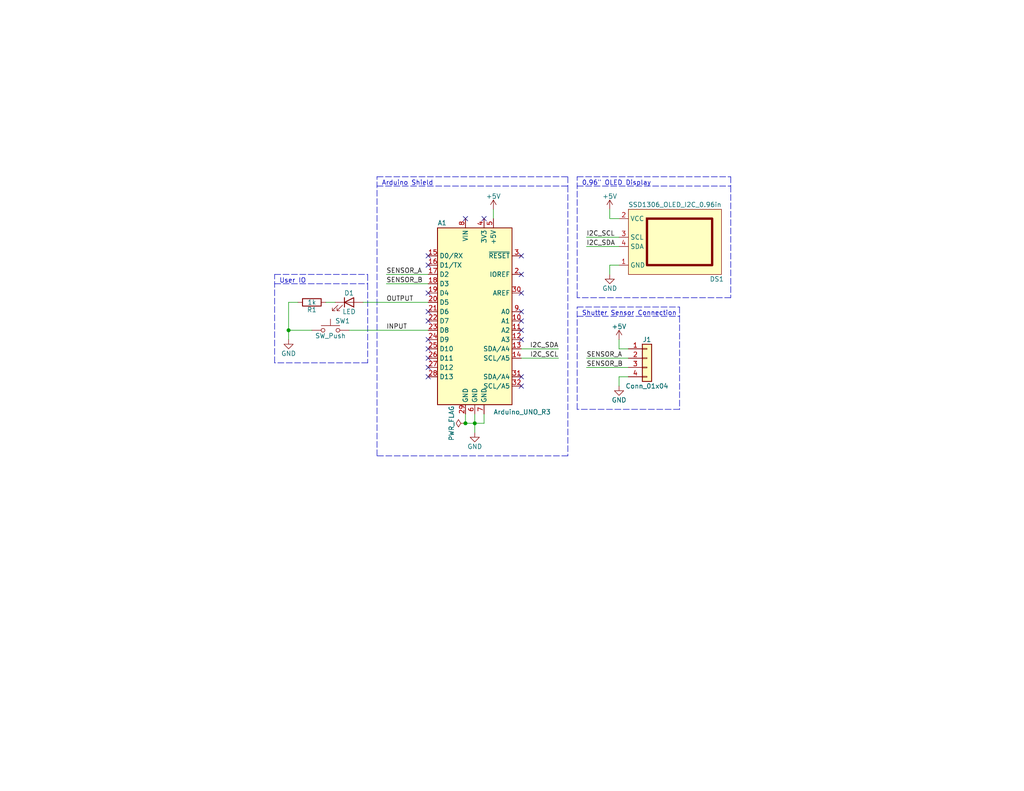
<source format=kicad_sch>
(kicad_sch (version 20211123) (generator eeschema)
  (paper "A")
  (title_block (title "Shutter Timming Sensor Arduino Shield") (date "2022-03-01") (rev "A") (company "erry Leumas"))
  (lib_symbols
    (symbol "Connector_Generic:Conn_01x04" (pin_names (offset 1.016) hide)
      (property "Reference" "J" (at 0 5.08 0))
      (property "Value" "Conn_01x04" (at 0 -7.62 0))
      (symbol "Conn_01x04_1_1"
        (rectangle (start -1.27 -4.953) (end 0 -5.207) (stroke (width 0.1524)))
        (rectangle (start -1.27 -2.413) (end 0 -2.667) (stroke (width 0.1524)))
        (rectangle (start -1.27 0.127) (end 0 -0.127) (stroke (width 0.1524)))
        (rectangle (start -1.27 2.667) (end 0 2.413) (stroke (width 0.1524)))
        (rectangle (start -1.27 3.81) (end 1.27 -6.35) (stroke (width 0.254)) (fill (type background)))
        (pin passive line (at -5.08 2.54 0) (length 3.81) (name "Pin_1") (number "1"))
        (pin passive line (at -5.08 0 0) (length 3.81) (name "Pin_2") (number "2"))
        (pin passive line (at -5.08 -2.54 0) (length 3.81) (name "Pin_3") (number "3"))
        (pin passive line (at -5.08 -5.08 0) (length 3.81) (name "Pin_4") (number "4"))
      )
    )
    (symbol "Device:LED" (pin_numbers hide) (pin_names (offset 1.016) hide)
      (property "Reference" "D" (at 0 2.54 0))
      (property "Value" "LED" (at 0 -2.54 0))
      (symbol "LED_0_1"
        (polyline (pts (xy -1.27 -1.27) (xy -1.27 1.27)) (stroke (width 0.254)))
        (polyline (pts (xy -1.27 0) (xy 1.27 0)))
        (polyline (pts (xy 1.27 -1.27) (xy 1.27 1.27) (xy -1.27 0) (xy 1.27 -1.27)) (stroke (width 0.254)))
        (polyline (pts (xy -3.048 -0.762) (xy -4.572 -2.286) (xy -3.81 -2.286) (xy -4.572 -2.286) (xy -4.572 -1.524)))
        (polyline (pts (xy -1.778 -0.762) (xy -3.302 -2.286) (xy -2.54 -2.286) (xy -3.302 -2.286) (xy -3.302 -1.524)))
      )
      (symbol "LED_1_1"
        (pin passive line (at -3.81 0 0) (length 2.54) (name "K") (number "1"))
        (pin passive line (at 3.81 0 180) (length 2.54) (name "A") (number "2"))
      )
    )
    (symbol "Device:R" (pin_numbers hide) (pin_names (offset 0))
      (property "Reference" "R" (at 2.032 0 90))
      (property "Value" "R" (at 0 0 90))
      (symbol "R_0_1"
        (rectangle (start -1.016 -2.54) (end 1.016 2.54) (stroke (width 0.254)))
      )
      (symbol "R_1_1"
        (pin passive line (at 0 3.81 270) (length 1.27) (name "~") (number "1"))
        (pin passive line (at 0 -3.81 90) (length 1.27) (name "~") (number "2"))
      )
    )
    (symbol "MCU_Module:Arduino_UNO_R3"
      (property "Reference" "A" (at -10.16 23.495 0))
      (property "Value" "Arduino_UNO_R3" (at 5.08 -26.67 0))
      (symbol "Arduino_UNO_R3_0_1"
        (rectangle (start -10.16 22.86) (end 10.16 -25.4) (stroke (width 0.254)) (fill (type background)))
      )
      (symbol "Arduino_UNO_R3_1_1"
        (pin no_connect line (at -10.16 -20.32 0) (length 2.54) hide (name "NC") (number "1"))
        (pin bidirectional line (at 12.7 -2.54 180) (length 2.54) (name "A1") (number "10"))
        (pin bidirectional line (at 12.7 -5.08 180) (length 2.54) (name "A2") (number "11"))
        (pin bidirectional line (at 12.7 -7.62 180) (length 2.54) (name "A3") (number "12"))
        (pin bidirectional line (at 12.7 -10.16 180) (length 2.54) (name "SDA/A4") (number "13"))
        (pin bidirectional line (at 12.7 -12.7 180) (length 2.54) (name "SCL/A5") (number "14"))
        (pin bidirectional line (at -12.7 15.24 0) (length 2.54) (name "D0/RX") (number "15"))
        (pin bidirectional line (at -12.7 12.7 0) (length 2.54) (name "D1/TX") (number "16"))
        (pin bidirectional line (at -12.7 10.16 0) (length 2.54) (name "D2") (number "17"))
        (pin bidirectional line (at -12.7 7.62 0) (length 2.54) (name "D3") (number "18"))
        (pin bidirectional line (at -12.7 5.08 0) (length 2.54) (name "D4") (number "19"))
        (pin output line (at 12.7 10.16 180) (length 2.54) (name "IOREF") (number "2"))
        (pin bidirectional line (at -12.7 2.54 0) (length 2.54) (name "D5") (number "20"))
        (pin bidirectional line (at -12.7 0 0) (length 2.54) (name "D6") (number "21"))
        (pin bidirectional line (at -12.7 -2.54 0) (length 2.54) (name "D7") (number "22"))
        (pin bidirectional line (at -12.7 -5.08 0) (length 2.54) (name "D8") (number "23"))
        (pin bidirectional line (at -12.7 -7.62 0) (length 2.54) (name "D9") (number "24"))
        (pin bidirectional line (at -12.7 -10.16 0) (length 2.54) (name "D10") (number "25"))
        (pin bidirectional line (at -12.7 -12.7 0) (length 2.54) (name "D11") (number "26"))
        (pin bidirectional line (at -12.7 -15.24 0) (length 2.54) (name "D12") (number "27"))
        (pin bidirectional line (at -12.7 -17.78 0) (length 2.54) (name "D13") (number "28"))
        (pin power_in line (at -2.54 -27.94 90) (length 2.54) (name "GND") (number "29"))
        (pin input line (at 12.7 15.24 180) (length 2.54) (name "~{RESET}") (number "3"))
        (pin input line (at 12.7 5.08 180) (length 2.54) (name "AREF") (number "30"))
        (pin bidirectional line (at 12.7 -17.78 180) (length 2.54) (name "SDA/A4") (number "31"))
        (pin bidirectional line (at 12.7 -20.32 180) (length 2.54) (name "SCL/A5") (number "32"))
        (pin power_out line (at 2.54 25.4 270) (length 2.54) (name "3V3") (number "4"))
        (pin power_out line (at 5.08 25.4 270) (length 2.54) (name "+5V") (number "5"))
        (pin power_in line (at 0 -27.94 90) (length 2.54) (name "GND") (number "6"))
        (pin power_in line (at 2.54 -27.94 90) (length 2.54) (name "GND") (number "7"))
        (pin power_in line (at -2.54 25.4 270) (length 2.54) (name "VIN") (number "8"))
        (pin bidirectional line (at 12.7 0 180) (length 2.54) (name "A0") (number "9"))
      )
    )
    (symbol "Switch:SW_Push" (pin_numbers hide) (pin_names (offset 1.016) hide)
      (property "Reference" "SW" (at 1.27 2.54 0))
      (property "Value" "SW_Push" (at 0 -1.524 0))
      (symbol "SW_Push_0_1"
        (circle (center -2.032 0) (radius 0.508))
        (polyline (pts (xy 0 1.27) (xy 0 3.048)))
        (polyline (pts (xy 2.54 1.27) (xy -2.54 1.27)))
        (circle (center 2.032 0) (radius 0.508))
        (pin passive line (at -5.08 0 0) (length 2.54) (name "1") (number "1"))
        (pin passive line (at 5.08 0 180) (length 2.54) (name "2") (number "2"))
      )
    )
    (symbol "pl_display:SSD1306_OLED_I2C_0.96in"
      (property "Reference" "DS" (at 24.13 -16.51 0))
      (property "Value" "SSD1306_OLED_I2C_0.96in" (at 12.7 3.81 0))
      (symbol "SSD1306_OLED_I2C_0.96in_0_1"
        (rectangle (start 0 2.54) (end 25.4 -15.24) (fill (type background)))
        (rectangle (start 5.08 0) (end 22.86 -12.7) (stroke (width 0.635)) (fill (type background)))
      )
      (symbol "SSD1306_OLED_I2C_0.96in_1_1"
        (pin power_in line (at -2.54 -12.7 0) (length 2.54) (name "GND") (number "1"))
        (pin power_in line (at -2.54 0 0) (length 2.54) (name "VCC") (number "2"))
        (pin passive line (at -2.54 -5.08 0) (length 2.54) (name "SCL") (number "3"))
        (pin passive line (at -2.54 -7.62 0) (length 2.54) (name "SDA") (number "4"))
      )
    )
    (symbol "power:+5V" (power) (pin_names (offset 0))
      (property "Value" "+5V" (at 0 3.556 0))
      (symbol "+5V_0_1"
        (polyline (pts (xy -0.762 1.27) (xy 0 2.54)))
        (polyline (pts (xy 0 0) (xy 0 2.54)))
        (polyline (pts (xy 0 2.54) (xy 0.762 1.27)))
      )
      (symbol "+5V_1_1"
        (pin power_in line (at 0 0 90) (length 0) hide (name "+5V") (number "1"))
      )
    )
    (symbol "power:GND" (power) (pin_names (offset 0))
      (property "Value" "GND" (at 0 -3.81 0))
      (symbol "GND_0_1"
        (polyline (pts (xy 0 0) (xy 0 -1.27) (xy 1.27 -1.27) (xy 0 -2.54) (xy -1.27 -1.27) (xy 0 -1.27)))
      )
      (symbol "GND_1_1"
        (pin power_in line (at 0 0 270) (length 0) hide (name "GND") (number "1"))
      )
    )
    (symbol "power:PWR_FLAG" (power) (pin_numbers hide) (pin_names (offset 0) hide)
      (property "Value" "PWR_FLAG" (at 0 3.81 0))
      (symbol "PWR_FLAG_0_0"
        (pin power_out line (at 0 0 90) (length 0) (name "pwr") (number "1"))
      )
      (symbol "PWR_FLAG_0_1"
        (polyline (pts (xy 0 0) (xy 0 1.27) (xy -1.016 1.905) (xy 0 2.54) (xy 1.016 1.905) (xy 0 1.27)))
      )
    )
  )
  (junction (at 127 115.57))
  (junction (at 129.54 115.57))
  (junction (at 78.74 90.17))
  (no_connect (at 116.84 72.39))
  (no_connect (at 116.84 69.85))
  (no_connect (at 127 59.69))
  (no_connect (at 132.08 59.69))
  (no_connect (at 142.24 87.63))
  (no_connect (at 142.24 85.09))
  (no_connect (at 142.24 90.17))
  (no_connect (at 142.24 74.93))
  (no_connect (at 142.24 80.01))
  (no_connect (at 142.24 92.71))
  (no_connect (at 142.24 102.87))
  (no_connect (at 142.24 105.41))
  (no_connect (at 116.84 80.01))
  (no_connect (at 116.84 102.87))
  (no_connect (at 116.84 92.71))
  (no_connect (at 116.84 95.25))
  (no_connect (at 116.84 100.33))
  (no_connect (at 116.84 97.79))
  (no_connect (at 142.24 69.85))
  (no_connect (at 116.84 85.09))
  (no_connect (at 116.84 87.63))
  (wire (pts (xy 160.02 100.33) (xy 171.45 100.33)))
  (wire (pts (xy 134.62 57.15) (xy 134.62 59.69)))
  (wire (pts (xy 99.06 82.55) (xy 116.84 82.55)))
  (wire (pts (xy 105.41 77.47) (xy 116.84 77.47)))
  (wire (pts (xy 129.54 115.57) (xy 129.54 118.11)))
  (polyline (pts (xy 100.33 77.47) (xy 100.33 99.06)))
  (polyline (pts (xy 74.93 99.06) (xy 74.93 74.93)))
  (polyline (pts (xy 157.48 81.28) (xy 157.48 48.26)))
  (polyline (pts (xy 100.33 74.93) (xy 100.33 77.47)))
  (polyline (pts (xy 157.48 86.36) (xy 185.42 86.36)))
  (wire (pts (xy 127 115.57) (xy 129.54 115.57)))
  (wire (pts (xy 168.91 59.69) (xy 166.37 59.69)))
  (wire (pts (xy 166.37 72.39) (xy 166.37 74.93)))
  (wire (pts (xy 78.74 90.17) (xy 85.09 90.17)))
  (wire (pts (xy 142.24 95.25) (xy 152.4 95.25)))
  (polyline (pts (xy 185.42 83.82) (xy 185.42 86.36)))
  (polyline (pts (xy 154.94 50.8) (xy 154.94 124.46)))
  (wire (pts (xy 168.91 92.71) (xy 168.91 95.25)))
  (wire (pts (xy 168.91 72.39) (xy 166.37 72.39)))
  (polyline (pts (xy 157.48 48.26) (xy 199.39 48.26)))
  (polyline (pts (xy 74.93 77.47) (xy 100.33 77.47)))
  (wire (pts (xy 95.25 90.17) (xy 116.84 90.17)))
  (polyline (pts (xy 199.39 48.26) (xy 199.39 50.8)))
  (wire (pts (xy 168.91 102.87) (xy 168.91 105.41)))
  (polyline (pts (xy 157.48 111.76) (xy 157.48 83.82)))
  (wire (pts (xy 160.02 97.79) (xy 171.45 97.79)))
  (polyline (pts (xy 199.39 81.28) (xy 157.48 81.28)))
  (wire (pts (xy 78.74 82.55) (xy 81.28 82.55)))
  (polyline (pts (xy 154.94 48.26) (xy 154.94 50.8)))
  (wire (pts (xy 127 113.03) (xy 127 115.57)))
  (polyline (pts (xy 74.93 74.93) (xy 100.33 74.93)))
  (wire (pts (xy 142.24 97.79) (xy 152.4 97.79)))
  (wire (pts (xy 166.37 59.69) (xy 166.37 57.15)))
  (polyline (pts (xy 157.48 83.82) (xy 185.42 83.82)))
  (polyline (pts (xy 154.94 124.46) (xy 102.87 124.46)))
  (wire (pts (xy 171.45 102.87) (xy 168.91 102.87)))
  (wire (pts (xy 88.9 82.55) (xy 91.44 82.55)))
  (wire (pts (xy 78.74 82.55) (xy 78.74 90.17)))
  (wire (pts (xy 129.54 115.57) (xy 132.08 115.57)))
  (wire (pts (xy 160.02 67.31) (xy 168.91 67.31)))
  (wire (pts (xy 129.54 113.03) (xy 129.54 115.57)))
  (wire (pts (xy 105.41 74.93) (xy 116.84 74.93)))
  (polyline (pts (xy 102.87 48.26) (xy 154.94 48.26)))
  (polyline (pts (xy 102.87 50.8) (xy 154.94 50.8)))
  (polyline (pts (xy 199.39 50.8) (xy 199.39 81.28)))
  (polyline (pts (xy 185.42 86.36) (xy 185.42 111.76)))
  (wire (pts (xy 168.91 95.25) (xy 171.45 95.25)))
  (polyline (pts (xy 102.87 124.46) (xy 102.87 48.26)))
  (wire (pts (xy 78.74 90.17) (xy 78.74 92.71)))
  (polyline (pts (xy 185.42 111.76) (xy 157.48 111.76)))
  (wire (pts (xy 132.08 113.03) (xy 132.08 115.57)))
  (polyline (pts (xy 157.48 50.8) (xy 199.39 50.8)))
  (wire (pts (xy 160.02 64.77) (xy 168.91 64.77)))
  (polyline (pts (xy 100.33 99.06) (xy 74.93 99.06)))
  (text "User IO" (at 76.2 77.47 0) (effects (font (size 1.27 1.27)) (justify left bottom)))
  (text "Arduino Shield" (at 104.14 50.8 0) (effects (font (size 1.27 1.27)) (justify left bottom)))
  (text "Shutter Sensor Connection" (at 158.75 86.36 0) (effects (font (size 1.27 1.27)) (justify left bottom)))
  (text "0.96\" OLED Display" (at 158.75 50.8 0) (effects (font (size 1.27 1.27)) (justify left bottom)))
  (label "OUTPUT" (at 105.41 82.55 0))
  (label "INPUT" (at 105.41 90.17 0))
  (label "SENSOR_A" (at 105.41 74.93 0))
  (label "SENSOR_B" (at 105.41 77.47 0))
  (label "I2C_SDA" (at 160.02 67.31 0))
  (label "SENSOR_A" (at 160.02 97.79 0))
  (label "I2C_SCL" (at 160.02 64.77 0))
  (label "I2C_SCL" (at 152.4 97.79 180))
  (label "I2C_SDA" (at 152.4 95.25 180))
  (label "SENSOR_B" (at 160.02 100.33 0))
  (symbol (lib_id "Device:LED") (at 95.25 82.55 0) (unit 1)
    (property "Reference" "D1" (at 95.25 80.01 0))
    (property "Value" "LED" (at 95.25 85.09 0))
    (property "Footprint" "LED_SMD:LED_0805_2012Metric_Pad1.15x1.40mm_HandSolder" (effects hide))
  )
  (symbol (lib_id "Device:R") (at 85.09 82.55 270) (unit 1)
    (property "Reference" "R1" (at 85.09 84.582 90))
    (property "Value" "1k" (at 85.09 82.55 90))
    (property "Footprint" "Resistor_SMD:R_0603_1608Metric_Pad0.98x0.95mm_HandSolder" (effects hide))
  )
  (symbol (lib_id "power:GND") (at 78.74 92.71 0) (unit 1)
    (property "Reference" "#PWR01" (effects hide))
    (property "Value" "GND" (at 78.74 96.52 0))
  )
  (symbol (lib_id "pl_display:SSD1306_OLED_I2C_0.96in") (at 171.45 59.69 0) (unit 1)
    (property "Reference" "DS1" (at 195.58 76.2 0))
    (property "Value" "SSD1306_OLED_I2C_0.96in" (at 184.15 55.88 0))
    (property "Footprint" "pl_display:ssd1306_oled_i2c_0.96in" (effects hide))
  )
  (symbol (lib_id "power:GND") (at 129.54 118.11 0) (unit 1)
    (property "Reference" "#PWR02" (effects hide))
    (property "Value" "GND" (at 129.54 121.92 0))
  )
  (symbol (lib_id "power:GND") (at 166.37 74.93 0) (unit 1)
    (property "Reference" "#PWR06" (effects hide))
    (property "Value" "GND" (at 166.37 78.74 0))
  )
  (symbol (lib_id "power:PWR_FLAG") (at 127 115.57 90) (unit 1)
    (property "Reference" "#FLG0101" (effects hide))
    (property "Value" "PWR_FLAG" (at 123.19 115.57 0))
  )
  (symbol (lib_id "Connector_Generic:Conn_01x04") (at 176.53 97.79 0) (unit 1)
    (property "Reference" "J1" (at 176.53 92.71 0))
    (property "Value" "Conn_01x04" (at 176.53 105.41 0))
    (property "Footprint" "Connector_PinHeader_2.54mm:PinHeader_1x04_P2.54mm_Vertical" (effects hide))
  )
  (symbol (lib_id "power:GND") (at 168.91 105.41 0) (unit 1)
    (property "Reference" "#PWR08" (effects hide))
    (property "Value" "GND" (at 168.91 109.22 0))
  )
  (symbol (lib_id "Switch:SW_Push") (at 90.17 90.17 0) (unit 1)
    (property "Reference" "SW1" (at 91.44 87.63 0) (effects (justify left)))
    (property "Value" "SW_Push" (at 90.17 91.694 0))
    (property "Footprint" "Button_Switch_THT:SW_PUSH_6mm" (effects hide))
  )
  (symbol (lib_id "MCU_Module:Arduino_UNO_R3") (at 129.54 85.09 0) (unit 1)
    (property "Reference" "A1" (at 119.38 61.595 0) (effects (justify left bottom)))
    (property "Value" "Arduino_UNO_R3" (at 134.62 111.76 0) (effects (justify left top)))
    (property "Footprint" "Module:Arduino_UNO_R3" (effects hide))
    (property "Datasheet" "https://www.arduino.cc/en/Main/arduinoBoardUno" (effects hide))
  )
  (symbol (lib_id "power:+5V") (at 166.37 57.15 0) (unit 1)
    (property "Reference" "#PWR05" (effects hide))
    (property "Value" "+5V" (at 166.37 53.594 0))
  )
  (symbol (lib_id "power:+5V") (at 168.91 92.71 0) (unit 1)
    (property "Reference" "#PWR07" (effects hide))
    (property "Value" "+5V" (at 168.91 89.154 0))
  )
  (symbol (lib_id "power:+5V") (at 134.62 57.15 0) (unit 1)
    (property "Reference" "#PWR03" (effects hide))
    (property "Value" "+5V" (at 134.62 53.594 0))
  )
)
</source>
